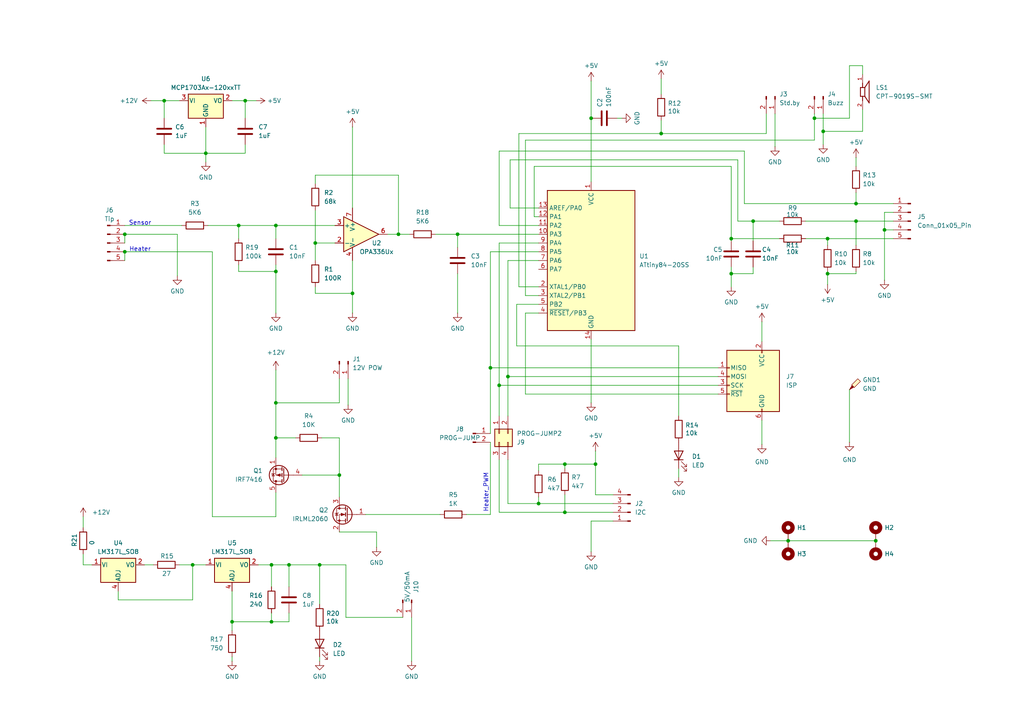
<source format=kicad_sch>
(kicad_sch (version 20231120) (generator "eeschema") (generator_version "8.0")
  (paper "A4")
  (lib_symbols
    (symbol "Amplifier_Operational:OPA336Ux" (pin_names (offset 0.127))
      (property "Reference" "U" (at 0 6.35 0))
      (property "Value" "OPA336Ux" (at 0 3.81 0))
      (symbol "OPA336Ux_1_1"
        (pin no_connect line (at -2.54 2.54 270) (length 2.54) hide (name "NC") (number "1"))
        (pin input line (at -7.62 -2.54 0) (length 2.54) (name "-") (number "2"))
        (pin input line (at -7.62 2.54 0) (length 2.54) (name "+") (number "3"))
        (pin power_in line (at -2.54 -7.62 90) (length 3.81) (name "V-") (number "4"))
        (pin no_connect line (at 0 2.54 270) (length 2.54) hide (name "NC") (number "5"))
        (pin output line (at 7.62 0 180) (length 2.54) (name "~") (number "6"))
        (pin power_in line (at -2.54 7.62 270) (length 3.81) (name "V+") (number "7"))
        (pin no_connect line (at 0 -2.54 90) (length 2.54) hide (name "NC") (number "8"))
      )
    )
    (symbol "Connector:AVR-ISP-6" (pin_names (offset 1.016))
      (property "Reference" "J" (at -6.35 11.43 0))
      (property "Value" "AVR-ISP-6" (at 0 11.43 0))
      (symbol "AVR-ISP-6_1_1"
        (pin passive line (at 10.16 5.08 180) (length 2.54) (name "MISO") (number "1"))
        (pin passive line (at -2.54 12.7 270) (length 2.54) (name "VCC") (number "2"))
        (pin passive line (at 10.16 0 180) (length 2.54) (name "SCK") (number "3"))
        (pin passive line (at 10.16 2.54 180) (length 2.54) (name "MOSI") (number "4"))
        (pin passive line (at 10.16 -2.54 180) (length 2.54) (name "~{RST}") (number "5"))
        (pin passive line (at -2.54 -10.16 90) (length 2.54) (name "GND") (number "6"))
      )
    )
    (symbol "Connector:Conn_01x02_Pin" (pin_names (offset 1.016) hide)
      (property "Reference" "J" (at 0 2.54 0))
      (property "Value" "Conn_01x02_Pin" (at 0 -5.08 0))
      (symbol "Conn_01x02_Pin_1_1"
        (pin passive line (at 5.08 0 180) (length 3.81) (name "Pin_1") (number "1"))
        (pin passive line (at 5.08 -2.54 180) (length 3.81) (name "Pin_2") (number "2"))
      )
    )
    (symbol "Connector:Conn_01x04_Pin" (pin_names (offset 1.016) hide)
      (property "Reference" "J" (at 0 5.08 0))
      (property "Value" "Conn_01x04_Pin" (at 0 -7.62 0))
      (symbol "Conn_01x04_Pin_1_1"
        (pin passive line (at 5.08 2.54 180) (length 3.81) (name "Pin_1") (number "1"))
        (pin passive line (at 5.08 0 180) (length 3.81) (name "Pin_2") (number "2"))
        (pin passive line (at 5.08 -2.54 180) (length 3.81) (name "Pin_3") (number "3"))
        (pin passive line (at 5.08 -5.08 180) (length 3.81) (name "Pin_4") (number "4"))
      )
    )
    (symbol "Connector:Conn_01x05_Pin" (pin_names (offset 1.016) hide)
      (property "Reference" "J" (at 0 7.62 0))
      (property "Value" "Conn_01x05_Pin" (at 0 -7.62 0))
      (symbol "Conn_01x05_Pin_1_1"
        (pin passive line (at 5.08 5.08 180) (length 3.81) (name "Pin_1") (number "1"))
        (pin passive line (at 5.08 2.54 180) (length 3.81) (name "Pin_2") (number "2"))
        (pin passive line (at 5.08 0 180) (length 3.81) (name "Pin_3") (number "3"))
        (pin passive line (at 5.08 -2.54 180) (length 3.81) (name "Pin_4") (number "4"))
        (pin passive line (at 5.08 -5.08 180) (length 3.81) (name "Pin_5") (number "5"))
      )
    )
    (symbol "Connector:TestPoint_Probe" (pin_numbers hide) (pin_names (offset 0.762) hide)
      (property "Reference" "TP" (at 1.651 5.842 0))
      (property "Value" "TestPoint_Probe" (at 1.651 4.064 0))
      (symbol "TestPoint_Probe_1_1"
        (pin passive line (at 0 0 90) (length 0) (name "1") (number "1"))
      )
    )
    (symbol "Connector_Generic:Conn_02x02_Top_Bottom" (pin_names (offset 1.016) hide)
      (property "Reference" "J" (at 1.27 2.54 0))
      (property "Value" "Conn_02x02_Top_Bottom" (at 1.27 -5.08 0))
      (symbol "Conn_02x02_Top_Bottom_1_1"
        (pin passive line (at -5.08 0 0) (length 3.81) (name "Pin_1") (number "1"))
        (pin passive line (at -5.08 -2.54 0) (length 3.81) (name "Pin_2") (number "2"))
        (pin passive line (at 7.62 0 180) (length 3.81) (name "Pin_3") (number "3"))
        (pin passive line (at 7.62 -2.54 180) (length 3.81) (name "Pin_4") (number "4"))
      )
    )
    (symbol "Device:C" (pin_numbers hide) (pin_names (offset 0.254))
      (property "Reference" "C" (at 0.635 2.54 0))
      (property "Value" "C" (at 0.635 -2.54 0))
      (symbol "C_1_1"
        (pin passive line (at 0 3.81 270) (length 2.794) (name "~") (number "1"))
        (pin passive line (at 0 -3.81 90) (length 2.794) (name "~") (number "2"))
      )
    )
    (symbol "Device:LED" (pin_numbers hide) (pin_names (offset 1.016) hide)
      (property "Reference" "D" (at 0 2.54 0))
      (property "Value" "LED" (at 0 -2.54 0))
      (symbol "LED_1_1"
        (pin passive line (at -3.81 0 0) (length 2.54) (name "K") (number "1"))
        (pin passive line (at 3.81 0 180) (length 2.54) (name "A") (number "2"))
      )
    )
    (symbol "Device:R" (pin_numbers hide) (pin_names (offset 0))
      (property "Reference" "R" (at 2.032 0 90))
      (property "Value" "R" (at 0 0 90))
      (symbol "R_1_1"
        (pin passive line (at 0 3.81 270) (length 1.27) (name "~") (number "1"))
        (pin passive line (at 0 -3.81 90) (length 1.27) (name "~") (number "2"))
      )
    )
    (symbol "MCU_Microchip_ATtiny:ATtiny84-20SS"
      (property "Reference" "U" (at -12.7 21.59 0))
      (property "Value" "ATtiny84-20SS" (at 2.54 -21.59 0))
      (symbol "ATtiny84-20SS_1_1"
        (pin power_in line (at 0 22.86 270) (length 2.54) (name "VCC") (number "1"))
        (pin bidirectional line (at 15.24 7.62 180) (length 2.54) (name "PA3") (number "10"))
        (pin bidirectional line (at 15.24 10.16 180) (length 2.54) (name "PA2") (number "11"))
        (pin bidirectional line (at 15.24 12.7 180) (length 2.54) (name "PA1") (number "12"))
        (pin bidirectional line (at 15.24 15.24 180) (length 2.54) (name "AREF/PA0") (number "13"))
        (pin power_in line (at 0 -22.86 90) (length 2.54) (name "GND") (number "14"))
        (pin bidirectional line (at 15.24 -7.62 180) (length 2.54) (name "XTAL1/PB0") (number "2"))
        (pin bidirectional line (at 15.24 -10.16 180) (length 2.54) (name "XTAL2/PB1") (number "3"))
        (pin bidirectional line (at 15.24 -15.24 180) (length 2.54) (name "~{RESET}/PB3") (number "4"))
        (pin bidirectional line (at 15.24 -12.7 180) (length 2.54) (name "PB2") (number "5"))
        (pin bidirectional line (at 15.24 -2.54 180) (length 2.54) (name "PA7") (number "6"))
        (pin bidirectional line (at 15.24 0 180) (length 2.54) (name "PA6") (number "7"))
        (pin bidirectional line (at 15.24 2.54 180) (length 2.54) (name "PA5") (number "8"))
        (pin bidirectional line (at 15.24 5.08 180) (length 2.54) (name "PA4") (number "9"))
      )
    )
    (symbol "Mechanical:MountingHole_Pad" (pin_numbers hide) (pin_names (offset 1.016) hide) (exclude_from_sim yes) (in_bom no)
      (property "Reference" "H" (at 0 6.35 0))
      (property "Value" "MountingHole_Pad" (at 0 4.445 0))
      (symbol "MountingHole_Pad_1_1"
        (pin input line (at 0 -2.54 90) (length 2.54) (name "1") (number "1"))
      )
    )
    (symbol "OE9SAU:CPT-9019S-SMT" (pin_names (offset 1.016))
      (property "Reference" "LS" (at -3.8155 8.9029 0))
      (property "Value" "CPT-9019S-SMT" (at -3.8151 -11.4452 0))
      (symbol "CPT-9019S-SMT_0_0"
        (pin passive line (at 0 5.08 270) (length 2.54) (name "~") (number "1"))
        (pin passive line (at 0 -5.08 90) (length 2.54) (name "~") (number "2"))
      )
    )
    (symbol "Regulator_Linear:LM317L_SO8" (pin_names (offset 0.254))
      (property "Reference" "U" (at -3.81 3.175 0))
      (property "Value" "LM317L_SO8" (at 0 3.175 0))
      (symbol "LM317L_SO8_1_1"
        (pin power_in line (at -7.62 0 0) (length 2.54) (name "VI") (number "1"))
        (pin power_out line (at 7.62 0 180) (length 2.54) (name "VO") (number "2"))
        (pin passive line (at 7.62 0 180) (length 2.54) hide (name "VO") (number "3"))
        (pin input line (at 0 -7.62 90) (length 2.54) (name "ADJ") (number "4"))
        (pin no_connect line (at -5.08 -2.54 0) (length 2.54) hide (name "NC") (number "5"))
        (pin passive line (at 7.62 0 180) (length 2.54) hide (name "VO") (number "6"))
        (pin passive line (at 7.62 0 180) (length 2.54) hide (name "VO") (number "7"))
        (pin no_connect line (at 5.08 -2.54 180) (length 2.54) hide (name "NC") (number "8"))
      )
    )
    (symbol "Regulator_Linear:MCP1703Ax-120xxTT" (pin_names (offset 0.254))
      (property "Reference" "U" (at -3.81 3.175 0))
      (property "Value" "MCP1703Ax-120xxTT" (at 0 3.175 0))
      (symbol "MCP1703Ax-120xxTT_1_1"
        (pin power_in line (at 0 -7.62 90) (length 2.54) (name "GND") (number "1"))
        (pin power_out line (at 7.62 0 180) (length 2.54) (name "VO") (number "2"))
        (pin power_in line (at -7.62 0 0) (length 2.54) (name "VI") (number "3"))
      )
    )
    (symbol "Transistor_FET:IRF7404" (pin_names hide)
      (property "Reference" "Q" (at 5.08 1.905 0))
      (property "Value" "IRF7404" (at 5.08 0 0))
      (symbol "IRF7404_1_1"
        (pin passive line (at 2.54 -5.08 90) (length 2.54) (name "S") (number "1"))
        (pin passive line (at 2.54 -5.08 90) (length 2.54) hide (name "S") (number "2"))
        (pin passive line (at 2.54 -5.08 90) (length 2.54) hide (name "S") (number "3"))
        (pin passive line (at -5.08 0 0) (length 2.54) (name "G") (number "4"))
        (pin passive line (at 2.54 5.08 270) (length 2.54) (name "D") (number "5"))
        (pin passive line (at 2.54 5.08 270) (length 2.54) hide (name "D") (number "6"))
        (pin passive line (at 2.54 5.08 270) (length 2.54) hide (name "D") (number "7"))
        (pin passive line (at 2.54 5.08 270) (length 2.54) hide (name "D") (number "8"))
      )
    )
    (symbol "Transistor_FET:IRLML2060" (pin_names hide)
      (property "Reference" "Q" (at 5.08 1.905 0))
      (property "Value" "IRLML2060" (at 5.08 0 0))
      (symbol "IRLML2060_1_1"
        (pin input line (at -5.08 0 0) (length 2.54) (name "G") (number "1"))
        (pin passive line (at 2.54 -5.08 90) (length 2.54) (name "S") (number "2"))
        (pin passive line (at 2.54 5.08 270) (length 2.54) (name "D") (number "3"))
      )
    )
    (symbol "power:+12V" (power) (pin_numbers hide) (pin_names (offset 0) hide)
      (property "Value" "+12V" (at 0 3.556 0))
      (symbol "+12V_1_1"
        (pin power_in line (at 0 0 90) (length 0) (name "~") (number "1"))
      )
    )
    (symbol "power:+5V" (power) (pin_numbers hide) (pin_names (offset 0) hide)
      (property "Value" "+5V" (at 0 3.556 0))
      (symbol "+5V_1_1"
        (pin power_in line (at 0 0 90) (length 0) (name "~") (number "1"))
      )
    )
    (symbol "power:GND" (power) (pin_numbers hide) (pin_names (offset 0) hide)
      (property "Value" "GND" (at 0 -3.81 0))
      (symbol "GND_1_1"
        (pin power_in line (at 0 0 270) (length 0) (name "~") (number "1"))
      )
    )
  )
  (junction (at 36.195 73.025))
  (junction (at 236.22 34.29))
  (junction (at 80.01 116.84))
  (junction (at 47.625 29.21))
  (junction (at 98.425 137.795))
  (junction (at 163.83 134.62))
  (junction (at 191.77 38.735))
  (junction (at 91.44 70.485))
  (junction (at 172.72 134.62))
  (junction (at 240.03 79.375))
  (junction (at 83.82 163.83))
  (junction (at 171.45 34.29))
  (junction (at 238.76 38.1))
  (junction (at 80.01 127))
  (junction (at 248.285 59.055))
  (junction (at 132.715 67.945))
  (junction (at 212.09 79.375))
  (junction (at 254 156.845))
  (junction (at 228.6 156.845))
  (junction (at 55.88 163.83))
  (junction (at 256.54 66.675))
  (junction (at 71.12 29.21))
  (junction (at 67.31 180.34))
  (junction (at 212.09 69.215))
  (junction (at 142.24 106.68))
  (junction (at 144.78 111.76))
  (junction (at 36.195 67.945))
  (junction (at 115.57 67.945))
  (junction (at 80.01 65.405))
  (junction (at 78.74 180.34))
  (junction (at 102.235 85.09))
  (junction (at 248.285 64.135))
  (junction (at 240.03 69.215))
  (junction (at 163.83 148.59))
  (junction (at 80.01 78.74))
  (junction (at 59.69 44.45))
  (junction (at 69.215 65.405))
  (junction (at 147.32 109.22))
  (junction (at 78.74 163.83))
  (junction (at 92.71 163.83))
  (junction (at 218.44 64.135))
  (junction (at 156.21 146.05))
  (wire (pts (xy 147.32 146.05) (xy 156.21 146.05)))
  (wire (pts (xy 41.91 163.83) (xy 44.45 163.83)))
  (wire (pts (xy 144.78 133.35) (xy 144.78 148.59)))
  (wire (pts (xy 240.03 69.215) (xy 233.68 69.215)))
  (wire (pts (xy 51.435 67.945) (xy 51.435 80.01)))
  (wire (pts (xy 218.44 79.375) (xy 212.09 79.375)))
  (wire (pts (xy 238.76 33.02) (xy 238.76 38.1)))
  (wire (pts (xy 85.725 127) (xy 80.01 127)))
  (wire (pts (xy 226.06 69.215) (xy 212.09 69.215)))
  (wire (pts (xy 115.57 67.945) (xy 118.745 67.945)))
  (wire (pts (xy 67.31 190.5) (xy 67.31 191.77)))
  (wire (pts (xy 208.28 114.3) (xy 152.4 114.3)))
  (wire (pts (xy 98.425 109.855) (xy 98.425 116.84)))
  (wire (pts (xy 246.38 19.05) (xy 250.19 19.05)))
  (wire (pts (xy 228.6 156.845) (xy 254 156.845)))
  (wire (pts (xy 69.215 76.835) (xy 69.215 78.74)))
  (wire (pts (xy 218.44 77.47) (xy 218.44 79.375)))
  (wire (pts (xy 36.195 67.945) (xy 36.195 70.485)))
  (wire (pts (xy 179.07 34.29) (xy 180.34 34.29)))
  (wire (pts (xy 191.77 34.925) (xy 191.77 38.735)))
  (wire (pts (xy 132.715 67.945) (xy 132.715 71.755)))
  (wire (pts (xy 144.78 70.485) (xy 156.21 70.485)))
  (wire (pts (xy 236.22 34.29) (xy 236.22 40.64)))
  (wire (pts (xy 256.54 66.675) (xy 256.54 81.28)))
  (wire (pts (xy 171.45 151.13) (xy 171.45 160.02)))
  (wire (pts (xy 147.32 75.565) (xy 156.21 75.565)))
  (wire (pts (xy 246.38 113.03) (xy 246.38 128.27)))
  (wire (pts (xy 218.44 69.85) (xy 218.44 64.135)))
  (wire (pts (xy 47.625 41.91) (xy 47.625 44.45)))
  (wire (pts (xy 61.595 149.86) (xy 80.01 149.86)))
  (wire (pts (xy 156.21 134.62) (xy 163.83 134.62)))
  (wire (pts (xy 215.9 43.815) (xy 215.9 59.055)))
  (wire (pts (xy 98.425 116.84) (xy 80.01 116.84)))
  (wire (pts (xy 36.195 73.025) (xy 61.595 73.025)))
  (wire (pts (xy 156.21 144.145) (xy 156.21 146.05)))
  (wire (pts (xy 24.13 160.655) (xy 24.13 163.83)))
  (wire (pts (xy 142.24 73.025) (xy 142.24 106.68)))
  (wire (pts (xy 80.01 116.84) (xy 80.01 127)))
  (wire (pts (xy 71.12 41.91) (xy 71.12 44.45)))
  (wire (pts (xy 67.31 29.21) (xy 71.12 29.21)))
  (wire (pts (xy 92.71 163.83) (xy 92.71 175.26)))
  (wire (pts (xy 80.01 127) (xy 80.01 132.715)))
  (wire (pts (xy 100.965 109.855) (xy 100.965 117.475)))
  (wire (pts (xy 213.995 64.135) (xy 218.44 64.135)))
  (wire (pts (xy 43.815 29.21) (xy 47.625 29.21)))
  (wire (pts (xy 240.03 79.375) (xy 248.285 79.375)))
  (wire (pts (xy 91.44 50.8) (xy 115.57 50.8)))
  (wire (pts (xy 163.83 134.62) (xy 172.72 134.62)))
  (wire (pts (xy 236.22 34.29) (xy 246.38 34.29)))
  (wire (pts (xy 144.78 65.405) (xy 144.78 43.815)))
  (wire (pts (xy 196.85 135.89) (xy 196.85 138.43)))
  (wire (pts (xy 59.69 36.83) (xy 59.69 44.45)))
  (wire (pts (xy 248.285 64.135) (xy 259.08 64.135)))
  (wire (pts (xy 163.83 134.62) (xy 163.83 135.89)))
  (wire (pts (xy 163.83 148.59) (xy 177.8 148.59)))
  (wire (pts (xy 154.94 48.26) (xy 212.09 48.26)))
  (wire (pts (xy 256.54 61.595) (xy 256.54 66.675)))
  (wire (pts (xy 191.77 22.86) (xy 191.77 27.305)))
  (wire (pts (xy 156.21 62.865) (xy 154.94 62.865)))
  (wire (pts (xy 156.21 83.185) (xy 150.495 83.185)))
  (wire (pts (xy 149.86 100.33) (xy 196.85 100.33)))
  (wire (pts (xy 147.955 60.325) (xy 156.21 60.325)))
  (wire (pts (xy 83.82 163.83) (xy 83.82 170.18)))
  (wire (pts (xy 80.01 149.86) (xy 80.01 142.875)))
  (wire (pts (xy 80.01 65.405) (xy 97.155 65.405)))
  (wire (pts (xy 248.285 55.88) (xy 248.285 59.055)))
  (wire (pts (xy 78.74 163.83) (xy 83.82 163.83)))
  (wire (pts (xy 102.235 75.565) (xy 102.235 85.09)))
  (wire (pts (xy 224.79 33.02) (xy 224.79 42.545)))
  (wire (pts (xy 98.425 137.795) (xy 98.425 144.145)))
  (wire (pts (xy 246.38 34.29) (xy 246.38 19.05)))
  (wire (pts (xy 119.38 179.07) (xy 119.38 191.77)))
  (wire (pts (xy 83.82 177.8) (xy 83.82 180.34)))
  (wire (pts (xy 220.98 93.345) (xy 220.98 99.06)))
  (wire (pts (xy 156.21 136.525) (xy 156.21 134.62)))
  (wire (pts (xy 222.25 38.735) (xy 222.25 33.02)))
  (wire (pts (xy 80.01 107.315) (xy 80.01 116.84)))
  (wire (pts (xy 142.24 106.68) (xy 142.24 125.73)))
  (wire (pts (xy 98.425 137.795) (xy 98.425 127)))
  (wire (pts (xy 34.29 171.45) (xy 34.29 173.99)))
  (wire (pts (xy 233.68 64.135) (xy 248.285 64.135)))
  (wire (pts (xy 36.195 65.405) (xy 52.705 65.405)))
  (wire (pts (xy 147.32 133.35) (xy 147.32 146.05)))
  (wire (pts (xy 142.24 128.27) (xy 142.24 149.225)))
  (wire (pts (xy 47.625 29.21) (xy 52.07 29.21)))
  (wire (pts (xy 218.44 64.135) (xy 226.06 64.135)))
  (wire (pts (xy 52.07 163.83) (xy 55.88 163.83)))
  (wire (pts (xy 152.4 40.64) (xy 236.22 40.64)))
  (wire (pts (xy 236.22 33.02) (xy 236.22 34.29)))
  (wire (pts (xy 147.32 109.22) (xy 208.28 109.22)))
  (wire (pts (xy 256.54 61.595) (xy 259.08 61.595)))
  (wire (pts (xy 47.625 44.45) (xy 59.69 44.45)))
  (wire (pts (xy 83.82 180.34) (xy 78.74 180.34)))
  (wire (pts (xy 144.78 65.405) (xy 156.21 65.405)))
  (wire (pts (xy 248.285 45.72) (xy 248.285 48.26)))
  (wire (pts (xy 59.69 44.45) (xy 59.69 46.99)))
  (wire (pts (xy 250.19 31.75) (xy 250.19 38.1)))
  (wire (pts (xy 238.76 38.1) (xy 250.19 38.1)))
  (wire (pts (xy 67.31 180.34) (xy 67.31 182.88)))
  (wire (pts (xy 171.45 98.425) (xy 171.45 116.84)))
  (wire (pts (xy 152.4 90.805) (xy 152.4 114.3)))
  (wire (pts (xy 102.235 85.09) (xy 102.235 90.805)))
  (wire (pts (xy 67.31 171.45) (xy 67.31 180.34)))
  (wire (pts (xy 213.995 46.355) (xy 213.995 64.135)))
  (wire (pts (xy 92.71 163.83) (xy 100.33 163.83)))
  (wire (pts (xy 171.45 34.29) (xy 171.45 52.705)))
  (wire (pts (xy 71.12 29.21) (xy 71.12 34.29)))
  (wire (pts (xy 142.24 106.68) (xy 208.28 106.68)))
  (wire (pts (xy 55.88 163.83) (xy 55.88 173.99)))
  (wire (pts (xy 156.21 146.05) (xy 177.8 146.05)))
  (wire (pts (xy 240.03 69.215) (xy 259.08 69.215)))
  (wire (pts (xy 240.03 79.375) (xy 240.03 82.55)))
  (wire (pts (xy 238.76 38.1) (xy 238.76 41.91)))
  (wire (pts (xy 172.72 130.81) (xy 172.72 134.62)))
  (wire (pts (xy 47.625 29.21) (xy 47.625 34.29)))
  (wire (pts (xy 24.13 149.86) (xy 24.13 153.035)))
  (wire (pts (xy 213.995 46.355) (xy 147.955 46.355)))
  (wire (pts (xy 248.285 59.055) (xy 259.08 59.055)))
  (wire (pts (xy 152.4 40.64) (xy 152.4 85.725)))
  (wire (pts (xy 55.88 173.99) (xy 34.29 173.99)))
  (wire (pts (xy 172.72 134.62) (xy 172.72 143.51)))
  (wire (pts (xy 115.57 50.8) (xy 115.57 67.945)))
  (wire (pts (xy 248.285 64.135) (xy 248.285 71.12)))
  (wire (pts (xy 87.63 137.795) (xy 98.425 137.795)))
  (wire (pts (xy 132.715 67.945) (xy 156.21 67.945)))
  (wire (pts (xy 112.395 67.945) (xy 115.57 67.945)))
  (wire (pts (xy 69.215 78.74) (xy 80.01 78.74)))
  (wire (pts (xy 212.09 79.375) (xy 212.09 83.185)))
  (wire (pts (xy 100.33 163.83) (xy 100.33 179.07)))
  (wire (pts (xy 154.94 62.865) (xy 154.94 48.26)))
  (wire (pts (xy 212.09 69.215) (xy 212.09 48.26)))
  (wire (pts (xy 69.215 65.405) (xy 80.01 65.405)))
  (wire (pts (xy 212.09 69.215) (xy 212.09 69.85)))
  (wire (pts (xy 109.22 154.305) (xy 98.425 154.305)))
  (wire (pts (xy 106.045 149.225) (xy 127.635 149.225)))
  (wire (pts (xy 69.215 65.405) (xy 69.215 69.215)))
  (wire (pts (xy 156.21 85.725) (xy 152.4 85.725)))
  (wire (pts (xy 250.19 19.05) (xy 250.19 21.59)))
  (wire (pts (xy 150.495 83.185) (xy 150.495 38.735)))
  (wire (pts (xy 91.44 70.485) (xy 97.155 70.485)))
  (wire (pts (xy 240.03 69.215) (xy 240.03 71.12)))
  (wire (pts (xy 191.77 38.735) (xy 222.25 38.735)))
  (wire (pts (xy 91.44 70.485) (xy 91.44 75.565)))
  (wire (pts (xy 36.195 73.025) (xy 36.195 75.565)))
  (wire (pts (xy 144.78 111.76) (xy 208.28 111.76)))
  (wire (pts (xy 142.24 73.025) (xy 156.21 73.025)))
  (wire (pts (xy 149.86 88.265) (xy 149.86 100.33)))
  (wire (pts (xy 212.09 77.47) (xy 212.09 79.375)))
  (wire (pts (xy 91.44 85.09) (xy 102.235 85.09)))
  (wire (pts (xy 150.495 38.735) (xy 191.77 38.735)))
  (wire (pts (xy 71.12 29.21) (xy 74.295 29.21)))
  (wire (pts (xy 36.195 67.945) (xy 51.435 67.945)))
  (wire (pts (xy 147.32 109.22) (xy 147.32 120.65)))
  (wire (pts (xy 163.83 143.51) (xy 163.83 148.59)))
  (wire (pts (xy 171.45 23.495) (xy 171.45 34.29)))
  (wire (pts (xy 55.88 163.83) (xy 59.69 163.83)))
  (wire (pts (xy 196.85 100.33) (xy 196.85 120.65)))
  (wire (pts (xy 100.33 179.07) (xy 116.84 179.07)))
  (wire (pts (xy 80.01 78.74) (xy 80.01 90.805)))
  (wire (pts (xy 147.955 46.355) (xy 147.955 60.325)))
  (wire (pts (xy 80.01 65.405) (xy 80.01 69.215)))
  (wire (pts (xy 78.74 163.83) (xy 78.74 170.18)))
  (wire (pts (xy 60.325 65.405) (xy 69.215 65.405)))
  (wire (pts (xy 74.93 163.83) (xy 78.74 163.83)))
  (wire (pts (xy 61.595 73.025) (xy 61.595 149.86)))
  (wire (pts (xy 24.13 163.83) (xy 26.67 163.83)))
  (wire (pts (xy 71.12 44.45) (xy 59.69 44.45)))
  (wire (pts (xy 98.425 127) (xy 93.345 127)))
  (wire (pts (xy 78.74 177.8) (xy 78.74 180.34)))
  (wire (pts (xy 220.98 121.92) (xy 220.98 128.905)))
  (wire (pts (xy 80.01 76.835) (xy 80.01 78.74)))
  (wire (pts (xy 126.365 67.945) (xy 132.715 67.945)))
  (wire (pts (xy 240.03 78.74) (xy 240.03 79.375)))
  (wire (pts (xy 91.44 60.96) (xy 91.44 70.485)))
  (wire (pts (xy 144.78 148.59) (xy 163.83 148.59)))
  (wire (pts (xy 102.235 36.83) (xy 102.235 60.325)))
  (wire (pts (xy 177.8 151.13) (xy 171.45 151.13)))
  (wire (pts (xy 147.32 75.565) (xy 147.32 109.22)))
  (wire (pts (xy 135.255 149.225) (xy 142.24 149.225)))
  (wire (pts (xy 223.52 156.845) (xy 228.6 156.845)))
  (wire (pts (xy 172.72 143.51) (xy 177.8 143.51)))
  (wire (pts (xy 132.715 79.375) (xy 132.715 90.805)))
  (wire (pts (xy 91.44 83.185) (xy 91.44 85.09)))
  (wire (pts (xy 83.82 163.83) (xy 92.71 163.83)))
  (wire (pts (xy 91.44 53.34) (xy 91.44 50.8)))
  (wire (pts (xy 215.9 59.055) (xy 248.285 59.055)))
  (wire (pts (xy 144.78 43.815) (xy 215.9 43.815)))
  (wire (pts (xy 144.78 70.485) (xy 144.78 111.76)))
  (wire (pts (xy 149.86 88.265) (xy 156.21 88.265)))
  (wire (pts (xy 156.21 90.805) (xy 152.4 90.805)))
  (wire (pts (xy 248.285 79.375) (xy 248.285 78.74)))
  (wire (pts (xy 92.71 190.5) (xy 92.71 191.77)))
  (wire (pts (xy 67.31 180.34) (xy 78.74 180.34)))
  (wire (pts (xy 144.78 111.76) (xy 144.78 120.65)))
  (wire (pts (xy 256.54 66.675) (xy 259.08 66.675)))
  (wire (pts (xy 109.22 154.305) (xy 109.22 158.75)))
  (text_box "Pin Port  Nr.     Type    Verbinden mit\n1                 Vcc     +5V\n2   PB0    10    DIN10   STANDBY\n3   PB1    9              PIEZO\n5   PB2	  8              LOGO LED \n13  PA0    0     DIN0    ROTARY_A\n12  PA1    1     DIN1    ROTARY_B\n11  PA2    2     DIN2    ROTARY_PUSH\n10  PA3    A3    ADC3    TEMP_SENSOR\n7   PA6    4     SDA     I2C/SDA\n8   PA5    5     OC1B    HEAT\n9   PA4    6     SCL     I2C/SCL\n14                GND     Ground" (at 297.18 0 0) (size 104.775 66.04) (effects (font (size 3 3)) (justify left top)))
  (text "Heater" (at 40.64 72.39 0) (effects (font (size 1.27 1.27))))
  (text "Sensor" (at 40.64 64.77 0) (effects (font (size 1.27 1.27))))
  (text "Heater_PWM" (at 140.97 142.875 90) (effects (font (size 1.27 1.27))))
  (symbol (lib_id "Device:R") (at 240.03 74.93 180) (unit 1)
    (property "Reference" "R10" (at 241.935 73.6599 0) (effects (justify right)))
    (property "Value" "10k" (at 241.935 76.1999 0) (effects (justify right)))
    (property "Footprint" "Resistor_SMD:R_0805_2012Metric_Pad1.20x1.40mm_HandSolder" (effects (hide yes)))
    (property "Description" "Resistor" (effects (hide yes)))
  )
  (symbol (lib_id "Device:R") (at 163.83 139.7 180) (unit 1)
    (property "Reference" "R7" (at 165.735 138.4299 0) (effects (justify right)))
    (property "Value" "4k7" (at 165.735 140.9699 0) (effects (justify right)))
    (property "Footprint" "Resistor_SMD:R_0805_2012Metric_Pad1.20x1.40mm_HandSolder" (effects (hide yes)))
    (property "Description" "Resistor" (effects (hide yes)))
  )
  (symbol (lib_id "power:GND") (at 171.45 116.84 0) (unit 1)
    (property "Reference" "#PWR010" (effects (hide yes)))
    (property "Value" "GND" (at 171.45 121.285 0))
    (property "Description" "Power symbol creates a global label with name \"GND\" , ground" (effects (hide yes)))
  )
  (symbol (lib_id "power:GND") (at 224.79 42.545 0) (unit 1)
    (property "Reference" "#PWR016" (effects (hide yes)))
    (property "Value" "GND" (at 224.79 46.99 0))
    (property "Description" "Power symbol creates a global label with name \"GND\" , ground" (effects (hide yes)))
  )
  (symbol (lib_id "Regulator_Linear:LM317L_SO8") (at 67.31 163.83 0) (unit 1)
    (property "Reference" "U5" (at 67.31 157.48 0))
    (property "Value" "LM317L_SO8" (at 67.31 160.02 0))
    (property "Footprint" "Package_SO:SOIC-8_3.9x4.9mm_P1.27mm" (effects (hide yes)))
    (property "Datasheet" "http://www.ti.com/lit/ds/snvs775k/snvs775k.pdf" (effects (hide yes)))
    (property "Description" "100mA 35V Adjustable Linear Regulator, SO-8" (effects (hide yes)))
  )
  (symbol (lib_id "Mechanical:MountingHole_Pad") (at 254 154.305 0) (unit 1) (exclude_from_sim yes) (in_bom no)
    (property "Reference" "H2" (at 256.54 153.035 0) (effects (justify left)))
    (property "Value" "MountingHole_Pad" (effects (hide yes)))
    (property "Footprint" "MountingHole:MountingHole_2.5mm_Pad" (effects (hide yes)))
    (property "Description" "Mounting Hole with connection" (effects (hide yes)))
  )
  (symbol (lib_id "power:GND") (at 102.235 90.805 0) (unit 1)
    (property "Reference" "#PWR03" (effects (hide yes)))
    (property "Value" "GND" (at 102.235 95.25 0))
    (property "Description" "Power symbol creates a global label with name \"GND\" , ground" (effects (hide yes)))
  )
  (symbol (lib_id "power:+12V") (at 43.815 29.21 90) (unit 1)
    (property "Reference" "#PWR027" (effects (hide yes)))
    (property "Value" "+12V" (at 40.005 29.2099 90) (effects (justify left)))
    (property "Description" "Power symbol creates a global label with name \"+12V\"" (effects (hide yes)))
  )
  (symbol (lib_id "Connector:AVR-ISP-6") (at 218.44 111.76 0) (mirror y) (unit 1)
    (property "Reference" "J7" (at 227.965 109.2199 0) (effects (justify right)))
    (property "Value" "ISP" (at 227.965 111.7599 0) (effects (justify right)))
    (property "Footprint" "Connector_PinHeader_2.54mm:PinHeader_2x03_P2.54mm_Vertical" (effects (hide yes)))
    (property "Description" "Atmel 6-pin ISP connector" (effects (hide yes)))
  )
  (symbol (lib_id "Device:C") (at 71.12 38.1 0) (unit 1)
    (property "Reference" "C7" (at 74.93 36.8299 0) (effects (justify left)))
    (property "Value" "1uF" (at 74.93 39.3699 0) (effects (justify left)))
    (property "Footprint" "Capacitor_SMD:C_0805_2012Metric_Pad1.18x1.45mm_HandSolder" (effects (hide yes)))
    (property "Description" "Unpolarized capacitor" (effects (hide yes)))
  )
  (symbol (lib_id "power:GND") (at 220.98 128.905 0) (unit 1)
    (property "Reference" "#PWR07" (effects (hide yes)))
    (property "Value" "GND" (at 220.98 133.985 0))
    (property "Description" "Power symbol creates a global label with name \"GND\" , ground" (effects (hide yes)))
  )
  (symbol (lib_id "Connector:Conn_01x05_Pin") (at 264.16 64.135 0) (mirror y) (unit 1)
    (property "Reference" "J5" (at 266.065 62.8649 0) (effects (justify right)))
    (property "Value" "Conn_01x05_Pin" (at 266.065 65.4049 0) (effects (justify right)))
    (property "Footprint" "Connector_PinHeader_2.54mm:PinHeader_1x05_P2.54mm_Vertical" (effects (hide yes)))
    (property "Description" "Generic connector, single row, 01x05, script generated" (effects (hide yes)))
  )
  (symbol (lib_id "power:+12V") (at 80.01 107.315 0) (unit 1)
    (property "Reference" "#PWR09" (effects (hide yes)))
    (property "Value" "+12V" (at 80.01 102.235 0))
    (property "Description" "Power symbol creates a global label with name \"+12V\"" (effects (hide yes)))
  )
  (symbol (lib_id "power:GND") (at 59.69 46.99 0) (unit 1)
    (property "Reference" "#PWR029" (effects (hide yes)))
    (property "Value" "GND" (at 59.69 51.435 0))
    (property "Description" "Power symbol creates a global label with name \"GND\" , ground" (effects (hide yes)))
  )
  (symbol (lib_id "power:+5V") (at 102.235 36.83 0) (unit 1)
    (property "Reference" "#PWR04" (effects (hide yes)))
    (property "Value" "+5V" (at 102.235 32.385 0))
    (property "Description" "Power symbol creates a global label with name \"+5V\"" (effects (hide yes)))
  )
  (symbol (lib_id "Connector:Conn_01x02_Pin") (at 238.76 27.94 270) (unit 1)
    (property "Reference" "J4" (at 240.03 27.3049 90) (effects (justify left)))
    (property "Value" "Buzz" (at 240.03 29.8449 90) (effects (justify left)))
    (property "Footprint" "Connector_PinHeader_2.54mm:PinHeader_1x02_P2.54mm_Vertical" (effects (hide yes)))
    (property "Description" "Generic connector, single row, 01x02, script generated" (effects (hide yes)))
  )
  (symbol (lib_id "Device:C") (at 80.01 73.025 0) (unit 1)
    (property "Reference" "C1" (at 83.82 71.7549 0) (effects (justify left)))
    (property "Value" "10nF" (at 83.82 74.2949 0) (effects (justify left)))
    (property "Footprint" "Capacitor_SMD:C_0805_2012Metric_Pad1.18x1.45mm_HandSolder" (effects (hide yes)))
    (property "Description" "Unpolarized capacitor" (effects (hide yes)))
  )
  (symbol (lib_id "power:GND") (at 246.38 128.27 0) (unit 1)
    (property "Reference" "#PWR025" (effects (hide yes)))
    (property "Value" "GND" (at 246.38 133.35 0))
    (property "Description" "Power symbol creates a global label with name \"GND\" , ground" (effects (hide yes)))
  )
  (symbol (lib_id "Device:C") (at 212.09 73.66 0) (mirror x) (unit 1)
    (property "Reference" "C5" (at 209.55 72.39 0) (effects (justify right)))
    (property "Value" "10nF" (at 209.55 74.93 0) (effects (justify right)))
    (property "Footprint" "Capacitor_SMD:C_0805_2012Metric_Pad1.18x1.45mm_HandSolder" (effects (hide yes)))
    (property "Description" "Unpolarized capacitor" (effects (hide yes)))
  )
  (symbol (lib_id "Device:R") (at 92.71 179.07 180) (unit 1)
    (property "Reference" "R20" (at 94.615 177.927 0) (effects (justify right)))
    (property "Value" "10k" (at 94.615 180.213 0) (effects (justify right)))
    (property "Footprint" "Resistor_SMD:R_0805_2012Metric_Pad1.20x1.40mm_HandSolder" (effects (hide yes)))
    (property "Description" "Resistor" (effects (hide yes)))
  )
  (symbol (lib_id "Connector:TestPoint_Probe") (at 246.38 113.03 0) (unit 1)
    (property "Reference" "GND1" (at 250.19 110.1724 0) (effects (justify left)))
    (property "Value" "GND" (at 250.19 112.7124 0) (effects (justify left)))
    (property "Footprint" "TestPoint:TestPoint_Pad_2.0x2.0mm" (effects (hide yes)))
    (property "Description" "test point (alternative probe-style design)" (effects (hide yes)))
  )
  (symbol (lib_id "Device:R") (at 122.555 67.945 90) (unit 1)
    (property "Reference" "R18" (at 122.555 61.595 90))
    (property "Value" "5K6" (at 122.555 64.135 90))
    (property "Footprint" "Resistor_SMD:R_0805_2012Metric_Pad1.20x1.40mm_HandSolder" (effects (hide yes)))
    (property "Description" "Resistor" (effects (hide yes)))
  )
  (symbol (lib_id "power:GND") (at 238.76 41.91 0) (unit 1)
    (property "Reference" "#PWR017" (effects (hide yes)))
    (property "Value" "GND" (at 238.76 46.355 0))
    (property "Description" "Power symbol creates a global label with name \"GND\" , ground" (effects (hide yes)))
  )
  (symbol (lib_id "Regulator_Linear:LM317L_SO8") (at 34.29 163.83 0) (unit 1)
    (property "Reference" "U4" (at 34.29 157.48 0))
    (property "Value" "LM317L_SO8" (at 34.29 160.02 0))
    (property "Footprint" "Package_SO:SOIC-8_3.9x4.9mm_P1.27mm" (effects (hide yes)))
    (property "Datasheet" "http://www.ti.com/lit/ds/snvs775k/snvs775k.pdf" (effects (hide yes)))
    (property "Description" "100mA 35V Adjustable Linear Regulator, SO-8" (effects (hide yes)))
  )
  (symbol (lib_id "power:GND") (at 223.52 156.845 270) (unit 1)
    (property "Reference" "#PWR020" (effects (hide yes)))
    (property "Value" "GND" (at 219.71 156.8449 90) (effects (justify right)))
    (property "Description" "Power symbol creates a global label with name \"GND\" , ground" (effects (hide yes)))
  )
  (symbol (lib_id "power:GND") (at 51.435 80.01 0) (unit 1)
    (property "Reference" "#PWR018" (effects (hide yes)))
    (property "Value" "GND" (at 51.435 84.455 0))
    (property "Description" "Power symbol creates a global label with name \"GND\" , ground" (effects (hide yes)))
  )
  (symbol (lib_id "Device:LED") (at 92.71 186.69 90) (unit 1)
    (property "Reference" "D2" (at 96.52 187.0074 90) (effects (justify right)))
    (property "Value" "LED" (at 96.52 189.5474 90) (effects (justify right)))
    (property "Footprint" "LED_SMD:LED_0805_2012Metric" (effects (hide yes)))
    (property "Description" "Light emitting diode" (effects (hide yes)))
  )
  (symbol (lib_id "power:+12V") (at 24.13 149.86 0) (unit 1)
    (property "Reference" "#PWR031" (effects (hide yes)))
    (property "Value" "+12V" (at 26.67 148.5899 0) (effects (justify left)))
    (property "Description" "Power symbol creates a global label with name \"+12V\"" (effects (hide yes)))
  )
  (symbol (lib_id "Device:C") (at 47.625 38.1 0) (unit 1)
    (property "Reference" "C6" (at 50.8 36.8299 0) (effects (justify left)))
    (property "Value" "1uF" (at 50.8 39.3699 0) (effects (justify left)))
    (property "Footprint" "Capacitor_SMD:C_0805_2012Metric_Pad1.18x1.45mm_HandSolder" (effects (hide yes)))
    (property "Description" "Unpolarized capacitor" (effects (hide yes)))
  )
  (symbol (lib_id "Device:C") (at 175.26 34.29 90) (unit 1)
    (property "Reference" "C2" (at 173.9899 31.115 0) (effects (justify left)))
    (property "Value" "100nF" (at 176.5299 31.115 0) (effects (justify left)))
    (property "Footprint" "Capacitor_SMD:C_0805_2012Metric_Pad1.18x1.45mm_HandSolder" (effects (hide yes)))
    (property "Description" "Unpolarized capacitor" (effects (hide yes)))
  )
  (symbol (lib_id "Mechanical:MountingHole_Pad") (at 228.6 154.305 0) (unit 1) (exclude_from_sim yes) (in_bom no)
    (property "Reference" "H1" (at 231.14 153.035 0) (effects (justify left)))
    (property "Value" "MountingHole_Pad" (effects (hide yes)))
    (property "Footprint" "MountingHole:MountingHole_2.5mm_Pad" (effects (hide yes)))
    (property "Description" "Mounting Hole with connection" (effects (hide yes)))
  )
  (symbol (lib_id "Device:R") (at 229.87 64.135 270) (unit 1)
    (property "Reference" "R9" (at 229.87 60.325 90))
    (property "Value" "10k" (at 229.87 62.23 90))
    (property "Footprint" "Resistor_SMD:R_0805_2012Metric_Pad1.20x1.40mm_HandSolder" (effects (hide yes)))
    (property "Description" "Resistor" (effects (hide yes)))
  )
  (symbol (lib_id "power:GND") (at 80.01 90.805 0) (unit 1)
    (property "Reference" "#PWR06" (effects (hide yes)))
    (property "Value" "GND" (at 80.01 95.25 0))
    (property "Description" "Power symbol creates a global label with name \"GND\" , ground" (effects (hide yes)))
  )
  (symbol (lib_id "Device:R") (at 56.515 65.405 90) (unit 1)
    (property "Reference" "R3" (at 56.515 59.055 90))
    (property "Value" "5K6" (at 56.515 61.595 90))
    (property "Footprint" "Resistor_SMD:R_0805_2012Metric_Pad1.20x1.40mm_HandSolder" (effects (hide yes)))
    (property "Description" "Resistor" (effects (hide yes)))
  )
  (symbol (lib_id "Device:R") (at 229.87 69.215 270) (unit 1)
    (property "Reference" "R11" (at 229.87 71.12 90))
    (property "Value" "10k" (at 229.87 73.025 90))
    (property "Footprint" "Resistor_SMD:R_0805_2012Metric_Pad1.20x1.40mm_HandSolder" (effects (hide yes)))
    (property "Description" "Resistor" (effects (hide yes)))
  )
  (symbol (lib_id "Device:R") (at 156.21 140.335 180) (unit 1)
    (property "Reference" "R6" (at 158.75 139.0649 0) (effects (justify right)))
    (property "Value" "4k7" (at 158.75 141.6049 0) (effects (justify right)))
    (property "Footprint" "Resistor_SMD:R_0805_2012Metric_Pad1.20x1.40mm_HandSolder" (effects (hide yes)))
    (property "Description" "Resistor" (effects (hide yes)))
  )
  (symbol (lib_id "Device:R") (at 131.445 149.225 90) (unit 1)
    (property "Reference" "R5" (at 131.445 143.51 90))
    (property "Value" "1K" (at 131.445 146.05 90))
    (property "Footprint" "Resistor_SMD:R_0805_2012Metric_Pad1.20x1.40mm_HandSolder" (effects (hide yes)))
    (property "Description" "Resistor" (effects (hide yes)))
  )
  (symbol (lib_id "power:GND") (at 132.715 90.805 0) (unit 1)
    (property "Reference" "#PWR05" (effects (hide yes)))
    (property "Value" "GND" (at 132.715 95.25 0))
    (property "Description" "Power symbol creates a global label with name \"GND\" , ground" (effects (hide yes)))
  )
  (symbol (lib_id "Connector_Generic:Conn_02x02_Top_Bottom") (at 144.78 125.73 90) (mirror x) (unit 1)
    (property "Reference" "J9" (at 149.86 128.2701 90) (effects (justify right)))
    (property "Value" "PROG-JUMP2" (at 149.86 125.7301 90) (effects (justify right)))
    (property "Footprint" "Connector_PinHeader_2.54mm:PinHeader_2x02_P2.54mm_Vertical" (effects (hide yes)))
    (property "Description" "Generic connector, double row, 02x02, top/bottom pin numbering scheme (row 1: 1...pins_per_row, row2: pins_per_row+1 ... num_pins), script generated (kicad-library-utils/schlib/autogen/connector/)" (effects (hide yes)))
  )
  (symbol (lib_id "Device:R") (at 196.85 124.46 180) (unit 1)
    (property "Reference" "R14" (at 198.755 123.317 0) (effects (justify right)))
    (property "Value" "10k" (at 198.755 125.603 0) (effects (justify right)))
    (property "Footprint" "Resistor_SMD:R_0805_2012Metric_Pad1.20x1.40mm_HandSolder" (effects (hide yes)))
    (property "Description" "Resistor" (effects (hide yes)))
  )
  (symbol (lib_id "power:+5V") (at 191.77 22.86 0) (unit 1)
    (property "Reference" "#PWR023" (effects (hide yes)))
    (property "Value" "+5V" (at 191.77 18.415 0))
    (property "Description" "Power symbol creates a global label with name \"+5V\"" (effects (hide yes)))
  )
  (symbol (lib_id "Mechanical:MountingHole_Pad") (at 228.6 159.385 180) (unit 1) (exclude_from_sim yes) (in_bom no)
    (property "Reference" "H3" (at 231.14 160.655 0) (effects (justify right)))
    (property "Value" "MountingHole_Pad" (effects (hide yes)))
    (property "Footprint" "MountingHole:MountingHole_2.5mm_Pad" (effects (hide yes)))
    (property "Description" "Mounting Hole with connection" (effects (hide yes)))
  )
  (symbol (lib_id "Device:R") (at 248.285 52.07 180) (unit 1)
    (property "Reference" "R13" (at 250.19 50.7999 0) (effects (justify right)))
    (property "Value" "10k" (at 250.19 53.3399 0) (effects (justify right)))
    (property "Footprint" "Resistor_SMD:R_0805_2012Metric_Pad1.20x1.40mm_HandSolder" (effects (hide yes)))
    (property "Description" "Resistor" (effects (hide yes)))
  )
  (symbol (lib_id "Device:R") (at 89.535 127 90) (unit 1)
    (property "Reference" "R4" (at 89.535 120.65 90))
    (property "Value" "10K" (at 89.535 123.19 90))
    (property "Footprint" "Resistor_SMD:R_0805_2012Metric_Pad1.20x1.40mm_HandSolder" (effects (hide yes)))
    (property "Description" "Resistor" (effects (hide yes)))
  )
  (symbol (lib_id "Connector:Conn_01x05_Pin") (at 31.115 70.485 0) (unit 1)
    (property "Reference" "J6" (at 31.75 60.96 0))
    (property "Value" "Tip" (at 31.75 63.5 0))
    (property "Footprint" "Connector_JST:JST_XH_B5B-XH-A_1x05_P2.50mm_Vertical" (effects (hide yes)))
    (property "Description" "Generic connector, single row, 01x05, script generated" (effects (hide yes)))
  )
  (symbol (lib_id "Device:R") (at 24.13 156.845 0) (mirror x) (unit 1)
    (property "Reference" "R21" (at 21.59 158.623 90) (effects (justify right)))
    (property "Value" "0" (at 26.67 158.115 90) (effects (justify right)))
    (property "Footprint" "Resistor_SMD:R_0805_2012Metric_Pad1.20x1.40mm_HandSolder" (effects (hide yes)))
    (property "Description" "Resistor" (effects (hide yes)))
  )
  (symbol (lib_id "power:GND") (at 119.38 191.77 0) (unit 1)
    (property "Reference" "#PWR032" (effects (hide yes)))
    (property "Value" "GND" (at 119.38 196.215 0))
    (property "Description" "Power symbol creates a global label with name \"GND\" , ground" (effects (hide yes)))
  )
  (symbol (lib_id "Regulator_Linear:MCP1703Ax-120xxTT") (at 59.69 29.21 0) (unit 1)
    (property "Reference" "U6" (at 59.69 22.86 0))
    (property "Value" "MCP1703Ax-120xxTT" (at 59.69 25.4 0))
    (property "Footprint" "Package_TO_SOT_SMD:SOT-23_Handsoldering" (effects (hide yes)))
    (property "Datasheet" "http://ww1.microchip.com/downloads/en/DeviceDoc/20005122B.pdf" (effects (hide yes)))
    (property "Description" "Low Quiescent Current LDO Regulator, 1.2V, 250mA, Vin<=16V, SOT-23" (effects (hide yes)))
  )
  (symbol (lib_id "power:GND") (at 100.965 117.475 0) (unit 1)
    (property "Reference" "#PWR013" (effects (hide yes)))
    (property "Value" "GND" (at 100.965 121.92 0))
    (property "Description" "Power symbol creates a global label with name \"GND\" , ground" (effects (hide yes)))
  )
  (symbol (lib_id "power:GND") (at 180.34 34.29 90) (unit 1)
    (property "Reference" "#PWR015" (effects (hide yes)))
    (property "Value" "GND" (at 184.785 34.29 0))
    (property "Description" "Power symbol creates a global label with name \"GND\" , ground" (effects (hide yes)))
  )
  (symbol (lib_id "Transistor_FET:IRLML2060") (at 100.965 149.225 0) (mirror y) (unit 1)
    (property "Reference" "Q2" (at 95.25 147.9549 0) (effects (justify left)))
    (property "Value" "IRLML2060" (at 95.25 150.4949 0) (effects (justify left)))
    (property "Footprint" "Package_TO_SOT_SMD:SOT-23" (effects (hide yes)))
    (property "Datasheet" "https://www.infineon.com/dgdl/irlml2060pbf.pdf?fileId=5546d462533600a401535664b7fb25ee" (effects (hide yes)))
    (property "Description" "1.2A Id, 60V Vds, 480mOhm Rds, N-Channel HEXFET Power MOSFET, SOT-23" (effects (hide yes)))
  )
  (symbol (lib_id "Device:R") (at 48.26 163.83 90) (mirror x) (unit 1)
    (property "Reference" "R15" (at 46.482 161.29 90) (effects (justify right)))
    (property "Value" "27" (at 46.99 166.37 90) (effects (justify right)))
    (property "Footprint" "Resistor_SMD:R_0805_2012Metric_Pad1.20x1.40mm_HandSolder" (effects (hide yes)))
    (property "Description" "Resistor" (effects (hide yes)))
  )
  (symbol (lib_id "power:+5V") (at 74.295 29.21 270) (unit 1)
    (property "Reference" "#PWR028" (effects (hide yes)))
    (property "Value" "+5V" (at 77.47 29.2099 90) (effects (justify left)))
    (property "Description" "Power symbol creates a global label with name \"+5V\"" (effects (hide yes)))
  )
  (symbol (lib_id "Connector:Conn_01x02_Pin") (at 119.38 173.99 270) (unit 1)
    (property "Reference" "J10" (at 120.65 170.18 0))
    (property "Value" "5V/50mA" (at 118.11 170.18 0))
    (property "Footprint" "Connector_PinHeader_2.54mm:PinHeader_1x02_P2.54mm_Vertical" (effects (hide yes)))
    (property "Description" "Generic connector, single row, 01x02, script generated" (effects (hide yes)))
  )
  (symbol (lib_id "Device:R") (at 67.31 186.69 0) (mirror x) (unit 1)
    (property "Reference" "R17" (at 64.77 185.4199 0) (effects (justify right)))
    (property "Value" "750" (at 64.77 187.9599 0) (effects (justify right)))
    (property "Footprint" "Resistor_SMD:R_0805_2012Metric_Pad1.20x1.40mm_HandSolder" (effects (hide yes)))
    (property "Description" "Resistor" (effects (hide yes)))
  )
  (symbol (lib_id "Device:R") (at 69.215 73.025 180) (unit 1)
    (property "Reference" "R19" (at 71.12 71.7549 0) (effects (justify right)))
    (property "Value" "100k" (at 71.12 74.2949 0) (effects (justify right)))
    (property "Footprint" "Resistor_SMD:R_0805_2012Metric_Pad1.20x1.40mm_HandSolder" (effects (hide yes)))
    (property "Description" "Resistor" (effects (hide yes)))
  )
  (symbol (lib_id "power:GND") (at 109.22 158.75 0) (unit 1)
    (property "Reference" "#PWR08" (effects (hide yes)))
    (property "Value" "GND" (at 109.22 163.195 0))
    (property "Description" "Power symbol creates a global label with name \"GND\" , ground" (effects (hide yes)))
  )
  (symbol (lib_id "Connector:Conn_01x04_Pin") (at 182.88 148.59 180) (unit 1)
    (property "Reference" "J2" (at 184.15 146.0499 0) (effects (justify right)))
    (property "Value" "I2C" (at 184.15 148.5899 0) (effects (justify right)))
    (property "Footprint" "Connector_PinHeader_2.54mm:PinHeader_1x04_P2.54mm_Vertical" (effects (hide yes)))
    (property "Description" "Generic connector, single row, 01x04, script generated" (effects (hide yes)))
  )
  (symbol (lib_id "Device:LED") (at 196.85 132.08 90) (unit 1)
    (property "Reference" "D1" (at 200.66 132.3974 90) (effects (justify right)))
    (property "Value" "LED" (at 200.66 134.9374 90) (effects (justify right)))
    (property "Footprint" "LED_SMD:LED_0805_2012Metric" (effects (hide yes)))
    (property "Description" "Light emitting diode" (effects (hide yes)))
  )
  (symbol (lib_id "power:GND") (at 256.54 81.28 0) (unit 1)
    (property "Reference" "#PWR02" (effects (hide yes)))
    (property "Value" "GND" (at 256.54 85.725 0))
    (property "Description" "Power symbol creates a global label with name \"GND\" , ground" (effects (hide yes)))
  )
  (symbol (lib_id "Amplifier_Operational:OPA336Ux") (at 104.775 67.945 0) (unit 1)
    (property "Reference" "U2" (at 109.22 70.485 0))
    (property "Value" "OPA336Ux" (at 109.22 73.025 0))
    (property "Footprint" "Package_SO:SO-8_3.9x4.9mm_P1.27mm" (effects (hide yes)))
    (property "Datasheet" "https://www.ti.com/lit/ds/symlink/opa2336.pdf" (effects (hide yes)))
    (property "Description" "100 KHz, microPower CMOS, Op Amps, SO-8" (effects (hide yes)))
  )
  (symbol (lib_id "power:+5V") (at 240.03 82.55 180) (unit 1)
    (property "Reference" "#PWR021" (effects (hide yes)))
    (property "Value" "+5V" (at 240.03 86.995 0))
    (property "Description" "Power symbol creates a global label with name \"+5V\"" (effects (hide yes)))
  )
  (symbol (lib_id "Device:R") (at 191.77 31.115 180) (unit 1)
    (property "Reference" "R12" (at 193.675 29.972 0) (effects (justify right)))
    (property "Value" "10k" (at 193.675 32.258 0) (effects (justify right)))
    (property "Footprint" "Resistor_SMD:R_0805_2012Metric_Pad1.20x1.40mm_HandSolder" (effects (hide yes)))
    (property "Description" "Resistor" (effects (hide yes)))
  )
  (symbol (lib_id "power:+5V") (at 171.45 23.495 0) (unit 1)
    (property "Reference" "#PWR01" (effects (hide yes)))
    (property "Value" "+5V" (at 171.45 19.05 0))
    (property "Description" "Power symbol creates a global label with name \"+5V\"" (effects (hide yes)))
  )
  (symbol (lib_id "power:+5V") (at 248.285 45.72 0) (unit 1)
    (property "Reference" "#PWR024" (effects (hide yes)))
    (property "Value" "+5V" (at 248.285 41.275 0))
    (property "Description" "Power symbol creates a global label with name \"+5V\"" (effects (hide yes)))
  )
  (symbol (lib_id "MCU_Microchip_ATtiny:ATtiny84-20SS") (at 171.45 75.565 0) (mirror y) (unit 1)
    (property "Reference" "U1" (at 185.42 74.2949 0) (effects (justify right)))
    (property "Value" "ATtiny84-20SS" (at 185.42 76.8349 0) (effects (justify right)))
    (property "Footprint" "Package_SO:SOIC-14_3.9x8.7mm_P1.27mm" (effects (hide yes)))
    (property "Datasheet" "http://ww1.microchip.com/downloads/en/DeviceDoc/doc8006.pdf" (effects (hide yes)))
    (property "Description" "20MHz, 8kB Flash, 512B SRAM, 512B EEPROM, debugWIRE, SOIC-14" (effects (hide yes)))
  )
  (symbol (lib_id "Device:R") (at 91.44 79.375 180) (unit 1)
    (property "Reference" "R1" (at 93.98 78.1049 0) (effects (justify right)))
    (property "Value" "100R" (at 93.98 80.6449 0) (effects (justify right)))
    (property "Footprint" "Resistor_SMD:R_0805_2012Metric_Pad1.20x1.40mm_HandSolder" (effects (hide yes)))
    (property "Description" "Resistor" (effects (hide yes)))
  )
  (symbol (lib_id "power:+5V") (at 172.72 130.81 0) (unit 1)
    (property "Reference" "#PWR012" (effects (hide yes)))
    (property "Value" "+5V" (at 172.72 126.365 0))
    (property "Description" "Power symbol creates a global label with name \"+5V\"" (effects (hide yes)))
  )
  (symbol (lib_id "Connector:Conn_01x02_Pin") (at 224.79 27.94 270) (unit 1)
    (property "Reference" "J3" (at 226.06 27.3049 90) (effects (justify left)))
    (property "Value" "Std.by" (at 226.06 29.8449 90) (effects (justify left)))
    (property "Footprint" "Connector_PinHeader_2.54mm:PinHeader_1x02_P2.54mm_Vertical" (effects (hide yes)))
    (property "Description" "Generic connector, single row, 01x02, script generated" (effects (hide yes)))
  )
  (symbol (lib_id "power:GND") (at 212.09 83.185 0) (unit 1)
    (property "Reference" "#PWR022" (effects (hide yes)))
    (property "Value" "GND" (at 212.09 87.63 0))
    (property "Description" "Power symbol creates a global label with name \"GND\" , ground" (effects (hide yes)))
  )
  (symbol (lib_id "Device:C") (at 218.44 73.66 0) (unit 1)
    (property "Reference" "C4" (at 220.98 72.39 0) (effects (justify left)))
    (property "Value" "10nF" (at 220.98 74.93 0) (effects (justify left)))
    (property "Footprint" "Capacitor_SMD:C_0805_2012Metric_Pad1.18x1.45mm_HandSolder" (effects (hide yes)))
    (property "Description" "Unpolarized capacitor" (effects (hide yes)))
  )
  (symbol (lib_id "OE9SAU:CPT-9019S-SMT") (at 250.19 26.67 0) (unit 1)
    (property "Reference" "LS1" (at 254 25.3999 0) (effects (justify left)))
    (property "Value" "CPT-9019S-SMT" (at 254 27.9399 0) (effects (justify left)))
    (property "Footprint" "CPT-9019S-SMT:CUI_CPT-9019S-SMT" (effects (hide yes)))
    (property "MF" "Same Sky" (effects (hide yes)))
    (property "Description_1" "\n9 mm, 25 Vp-p Vdc, 65 dB, Surface Mount (SMT), Piezo Audio Transducer Buzzer\n" (effects (hide yes)))
    (property "Package" "None" (effects (hide yes)))
    (property "Price" "None" (effects (hide yes)))
    (property "Check_prices" "https://www.snapeda.com/parts/CPT-9019S-SMT-TR/Same+Sky/view-part/?ref=eda" (effects (hide yes)))
    (property "PART_REV" "1.0" (effects (hide yes)))
    (property "STANDARD" "MANUFACTURER RECOMMENDATIONS" (effects (hide yes)))
    (property "SnapEDA_Link" "https://www.snapeda.com/parts/CPT-9019S-SMT-TR/Same+Sky/view-part/?ref=snap" (effects (hide yes)))
    (property "MP" "CPT-9019S-SMT-TR" (effects (hide yes)))
    (property "Purchase-URL" "https://www.snapeda.com/api/url_track_click_mouser/?unipart_id=563283&manufacturer=Same Sky&part_name=CPT-9019S-SMT-TR&search_term=None" (effects (hide yes)))
    (property "Availability" "In Stock" (effects (hide yes)))
    (property "MANUFACTURER" "CUI INC" (effects (hide yes)))
  )
  (symbol (lib_id "power:GND") (at 171.45 160.02 0) (unit 1)
    (property "Reference" "#PWR011" (effects (hide yes)))
    (property "Value" "GND" (at 171.45 164.465 0))
    (property "Description" "Power symbol creates a global label with name \"GND\" , ground" (effects (hide yes)))
  )
  (symbol (lib_id "Mechanical:MountingHole_Pad") (at 254 159.385 180) (unit 1) (exclude_from_sim yes) (in_bom no)
    (property "Reference" "H4" (at 256.54 160.655 0) (effects (justify right)))
    (property "Value" "MountingHole_Pad" (effects (hide yes)))
    (property "Footprint" "MountingHole:MountingHole_2.5mm_Pad" (effects (hide yes)))
    (property "Description" "Mounting Hole with connection" (effects (hide yes)))
  )
  (symbol (lib_id "power:GND") (at 92.71 191.77 0) (unit 1)
    (property "Reference" "#PWR033" (effects (hide yes)))
    (property "Value" "GND" (at 92.71 196.215 0))
    (property "Description" "Power symbol creates a global label with name \"GND\" , ground" (effects (hide yes)))
  )
  (symbol (lib_id "Device:R") (at 91.44 57.15 180) (unit 1)
    (property "Reference" "R2" (at 93.98 55.8799 0) (effects (justify right)))
    (property "Value" "68k" (at 93.98 58.4199 0) (effects (justify right)))
    (property "Footprint" "Resistor_SMD:R_0805_2012Metric_Pad1.20x1.40mm_HandSolder" (effects (hide yes)))
    (property "Description" "Resistor" (effects (hide yes)))
  )
  (symbol (lib_id "power:GND") (at 67.31 191.77 0) (unit 1)
    (property "Reference" "#PWR030" (effects (hide yes)))
    (property "Value" "GND" (at 67.31 196.215 0))
    (property "Description" "Power symbol creates a global label with name \"GND\" , ground" (effects (hide yes)))
  )
  (symbol (lib_id "power:GND") (at 196.85 138.43 0) (unit 1)
    (property "Reference" "#PWR014" (effects (hide yes)))
    (property "Value" "GND" (at 196.85 142.875 0))
    (property "Description" "Power symbol creates a global label with name \"GND\" , ground" (effects (hide yes)))
  )
  (symbol (lib_id "Transistor_FET:IRF7404") (at 82.55 137.795 180) (unit 1)
    (property "Reference" "Q1" (at 76.2 136.5249 0) (effects (justify left)))
    (property "Value" "IRF7416" (at 76.2 139.0649 0) (effects (justify left)))
    (property "Footprint" "Package_SO:SOIC-8_3.9x4.9mm_P1.27mm" (effects (hide yes)))
    (property "Datasheet" "http://www.infineon.com/dgdl/irf7404.pdf?fileId=5546d462533600a4015355fa2b5b1b9e" (effects (hide yes)))
    (property "Description" "-6.7A Id, -20V Vds, P-Channel HEXFET Power MOSFET, SO-8" (effects (hide yes)))
  )
  (symbol (lib_id "Connector:Conn_01x02_Pin") (at 100.965 104.775 270) (unit 1)
    (property "Reference" "J1" (at 102.235 104.1399 90) (effects (justify left)))
    (property "Value" "12V POW" (at 102.235 106.6799 90) (effects (justify left)))
    (property "Footprint" "Connector_JST:JST_XH_B2B-XH-A_1x02_P2.50mm_Vertical" (effects (hide yes)))
    (property "Description" "Generic connector, single row, 01x02, script generated" (effects (hide yes)))
  )
  (symbol (lib_id "power:+5V") (at 220.98 93.345 0) (unit 1)
    (property "Reference" "#PWR019" (effects (hide yes)))
    (property "Value" "+5V" (at 220.98 88.9 0))
    (property "Description" "Power symbol creates a global label with name \"+5V\"" (effects (hide yes)))
  )
  (symbol (lib_id "Device:R") (at 78.74 173.99 0) (mirror x) (unit 1)
    (property "Reference" "R16" (at 76.2 172.7199 0) (effects (justify right)))
    (property "Value" "240" (at 76.2 175.2599 0) (effects (justify right)))
    (property "Footprint" "Resistor_SMD:R_0805_2012Metric_Pad1.20x1.40mm_HandSolder" (effects (hide yes)))
    (property "Description" "Resistor" (effects (hide yes)))
  )
  (symbol (lib_id "Connector:Conn_01x02_Pin") (at 137.16 125.73 0) (unit 1)
    (property "Reference" "J8" (at 133.35 124.46 0))
    (property "Value" "PROG-JUMP" (at 133.35 127 0))
    (property "Footprint" "Connector_PinHeader_2.54mm:PinHeader_1x02_P2.54mm_Vertical" (effects (hide yes)))
    (property "Description" "Generic connector, single row, 01x02, script generated" (effects (hide yes)))
  )
  (symbol (lib_id "Device:C") (at 83.82 173.99 0) (unit 1)
    (property "Reference" "C8" (at 87.63 172.7199 0) (effects (justify left)))
    (property "Value" "1uF" (at 87.63 175.2599 0) (effects (justify left)))
    (property "Footprint" "Capacitor_SMD:C_0805_2012Metric_Pad1.18x1.45mm_HandSolder" (effects (hide yes)))
    (property "Description" "Unpolarized capacitor" (effects (hide yes)))
  )
  (symbol (lib_id "Device:R") (at 248.285 74.93 0) (unit 1)
    (property "Reference" "R8" (at 250.19 73.6599 0) (effects (justify left)))
    (property "Value" "10k" (at 250.19 76.1999 0) (effects (justify left)))
    (property "Footprint" "Resistor_SMD:R_0805_2012Metric_Pad1.20x1.40mm_HandSolder" (effects (hide yes)))
    (property "Description" "Resistor" (effects (hide yes)))
  )
  (symbol (lib_id "Device:C") (at 132.715 75.565 0) (unit 1)
    (property "Reference" "C3" (at 136.525 74.2949 0) (effects (justify left)))
    (property "Value" "10nF" (at 136.525 76.8349 0) (effects (justify left)))
    (property "Footprint" "Capacitor_SMD:C_0805_2012Metric_Pad1.18x1.45mm_HandSolder" (effects (hide yes)))
    (property "Description" "Unpolarized capacitor" (effects (hide yes)))
  )
)
</source>
